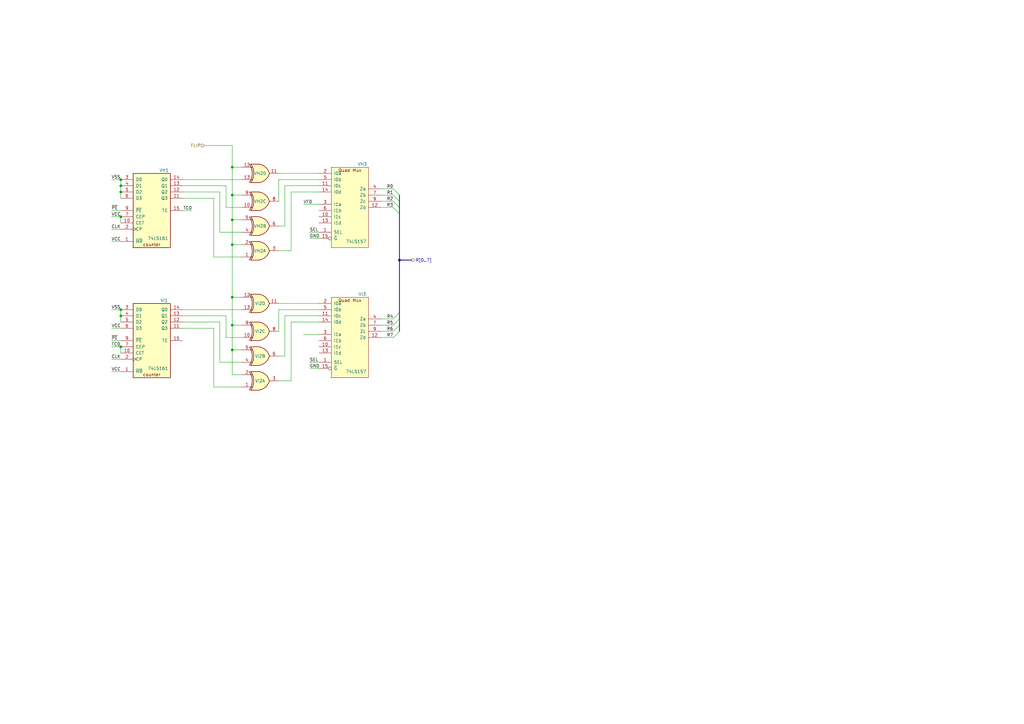
<source format=kicad_sch>
(kicad_sch (version 20231120) (generator "eeschema") (generator_version "8.0")
  (paper "A3")
  (title_block (date "2024-10-12") (company "JOTEGO") (comment 1 "Jose Tejada"))
  (lib_symbols
    (symbol "jt74:74LS157" (pin_names (offset 1.016))
      (property "Reference" "U" (at 5.08 16.51 0))
      (property "Value" "74LS157" (at 0 -16.51 0))
      (symbol "74LS157_0_0"
        (text "Quad Mux" (at 0 13.97 0) (effects (font (size 1.27 1.27))))
      )
      (symbol "74LS157_1_0"
        (pin input line (at -12.7 -11.43 0) (length 5.08) (name "SEL") (number "1"))
        (pin input line (at -12.7 -5.08 0) (length 5.08) (name "I1c") (number "10"))
        (pin input line (at -12.7 7.62 0) (length 5.08) (name "I0c") (number "11"))
        (pin output line (at 12.7 -1.27 180) (length 5.08) (name "Zd") (number "12"))
        (pin input line (at -12.7 -7.62 0) (length 5.08) (name "I1d") (number "13"))
        (pin input line (at -12.7 5.08 0) (length 5.08) (name "I0d") (number "14"))
        (pin input inverted (at -12.7 -13.97 0) (length 5.08) (name "~{G}") (number "15"))
        (pin input line (at -12.7 12.7 0) (length 5.08) (name "I0a") (number "2"))
        (pin input line (at -12.7 0 0) (length 5.08) (name "I1a") (number "3"))
        (pin output line (at 12.7 6.35 180) (length 5.08) (name "Za") (number "4"))
        (pin input line (at -12.7 10.16 0) (length 5.08) (name "I0b") (number "5"))
        (pin input line (at -12.7 -2.54 0) (length 5.08) (name "I1b") (number "6"))
        (pin output line (at 12.7 3.81 180) (length 5.08) (name "Zb") (number "7"))
        (pin output line (at 12.7 1.27 180) (length 5.08) (name "Zc") (number "9"))
      )
      (symbol "74LS157_1_1"
        (rectangle (start -7.62 15.24) (end 7.62 -17.78) (fill (type background)))
      )
    )
    (symbol "jt74:74LS161" (pin_names (offset 1.016))
      (property "Reference" "U" (at -7.62 16.51 0))
      (property "Value" "74LS161" (at -7.62 -16.51 0))
      (symbol "74LS161_0_0"
        (text "counter" (at 0 -13.97 0) (effects (font (size 1.27 1.27))))
      )
      (symbol "74LS161_0_2"
        (rectangle (start -7.62 15.24) (end 7.62 -15.24) (fill (type background)))
      )
      (symbol "74LS161_1_0"
        (pin input line (at -12.7 -12.7 0) (length 5.08) (name "~{MR}") (number "1"))
        (pin input line (at -12.7 -5.08 0) (length 5.08) (name "CET") (number "10"))
        (pin output line (at 12.7 5.08 180) (length 5.08) (name "Q3") (number "11"))
        (pin output line (at 12.7 7.62 180) (length 5.08) (name "Q2") (number "12"))
        (pin output line (at 12.7 10.16 180) (length 5.08) (name "Q1") (number "13"))
        (pin output line (at 12.7 12.7 180) (length 5.08) (name "Q0") (number "14"))
        (pin output line (at 12.7 0 180) (length 5.08) (name "TC") (number "15"))
        (pin input clock (at -12.7 -7.62 0) (length 5.08) (name "CP") (number "2"))
        (pin input line (at -12.7 12.7 0) (length 5.08) (name "D0") (number "3"))
        (pin input line (at -12.7 10.16 0) (length 5.08) (name "D1") (number "4"))
        (pin input line (at -12.7 7.62 0) (length 5.08) (name "D2") (number "5"))
        (pin input line (at -12.7 5.08 0) (length 5.08) (name "D3") (number "6"))
        (pin input line (at -12.7 -2.54 0) (length 5.08) (name "CEP") (number "7"))
        (pin input line (at -12.7 0 0) (length 5.08) (name "~{PE}") (number "9"))
      )
      (symbol "74LS161_1_1"
        (rectangle (start -7.62 15.24) (end 7.62 -15.24) (stroke (width 0.254)) (fill (type background)))
      )
    )
    (symbol "jt74:74LS86" (pin_names (offset 1.016))
      (property "Reference" "U" (at 0 1.27 0))
      (property "Value" "74LS86" (at 0 -1.27 0))
      (symbol "74LS86_1_0"
        (arc (start -4.4196 -3.81) (mid -3.2033 0) (end -4.4196 3.81) (stroke (width 0.254)))
        (arc (start -3.81 -3.81) (mid -2.589 0) (end -3.81 3.81) (stroke (width 0.254)))
        (arc (start -0.6096 -3.81) (mid 2.1842 -2.5851) (end 3.81 0) (stroke (width 0.254)) (fill (type background)))
        (polyline (pts (xy -3.81 -3.81) (xy -0.635 -3.81)) (stroke (width 0.254)) (fill (type background)))
        (polyline (pts (xy -3.81 3.81) (xy -0.635 3.81)) (stroke (width 0.254)) (fill (type background)))
        (polyline (pts (xy -0.635 3.81) (xy -3.81 3.81) (xy -3.81 3.81) (xy -3.556 3.4036) (xy -3.0226 2.2606) (xy -2.6924 1.0414) (xy -2.6162 -0.254) (xy -2.7686 -1.4986) (xy -3.175 -2.7178) (xy -3.81 -3.81) (xy -3.81 -3.81) (xy -0.635 -3.81)) (stroke (width -25.4)) (fill (type background)))
        (arc (start 3.81 0) (mid 2.1915 2.5936) (end -0.6096 3.81) (stroke (width 0.254)) (fill (type background)))
        (pin input line (at -7.62 2.54 0) (length 4.445) (name "~") (number "1"))
        (pin input line (at -7.62 -2.54 0) (length 4.445) (name "~") (number "2"))
        (pin output line (at 7.62 0 180) (length 3.81) (name "~") (number "3"))
      )
      (symbol "74LS86_1_1"
        (polyline (pts (xy -3.81 -2.54) (xy -3.175 -2.54)) (stroke (width 0.1524)))
        (polyline (pts (xy -3.81 2.54) (xy -3.175 2.54)) (stroke (width 0.1524)))
      )
      (symbol "74LS86_2_0"
        (arc (start -4.4196 -3.81) (mid -3.2033 0) (end -4.4196 3.81) (stroke (width 0.254)))
        (arc (start -3.81 -3.81) (mid -2.589 0) (end -3.81 3.81) (stroke (width 0.254)))
        (arc (start -0.6096 -3.81) (mid 2.1842 -2.5851) (end 3.81 0) (stroke (width 0.254)) (fill (type background)))
        (polyline (pts (xy -3.81 -3.81) (xy -0.635 -3.81)) (stroke (width 0.254)) (fill (type background)))
        (polyline (pts (xy -3.81 3.81) (xy -0.635 3.81)) (stroke (width 0.254)) (fill (type background)))
        (polyline (pts (xy -0.635 3.81) (xy -3.81 3.81) (xy -3.81 3.81) (xy -3.556 3.4036) (xy -3.0226 2.2606) (xy -2.6924 1.0414) (xy -2.6162 -0.254) (xy -2.7686 -1.4986) (xy -3.175 -2.7178) (xy -3.81 -3.81) (xy -3.81 -3.81) (xy -0.635 -3.81)) (stroke (width -25.4)) (fill (type background)))
        (arc (start 3.81 0) (mid 2.1915 2.5936) (end -0.6096 3.81) (stroke (width 0.254)) (fill (type background)))
        (pin input line (at -7.62 2.54 0) (length 4.445) (name "~") (number "4"))
        (pin input line (at -7.62 -2.54 0) (length 4.445) (name "~") (number "5"))
        (pin output line (at 7.62 0 180) (length 3.81) (name "~") (number "6"))
      )
      (symbol "74LS86_2_1"
        (polyline (pts (xy -3.81 -2.54) (xy -3.175 -2.54)) (stroke (width 0.1524)))
        (polyline (pts (xy -3.81 2.54) (xy -3.175 2.54)) (stroke (width 0.1524)))
      )
      (symbol "74LS86_3_0"
        (arc (start -4.4196 -3.81) (mid -3.2033 0) (end -4.4196 3.81) (stroke (width 0.254)))
        (arc (start -3.81 -3.81) (mid -2.589 0) (end -3.81 3.81) (stroke (width 0.254)))
        (arc (start -0.6096 -3.81) (mid 2.1842 -2.5851) (end 3.81 0) (stroke (width 0.254)) (fill (type background)))
        (polyline (pts (xy -3.81 -3.81) (xy -0.635 -3.81)) (stroke (width 0.254)) (fill (type background)))
        (polyline (pts (xy -3.81 3.81) (xy -0.635 3.81)) (stroke (width 0.254)) (fill (type background)))
        (polyline (pts (xy -0.635 3.81) (xy -3.81 3.81) (xy -3.81 3.81) (xy -3.556 3.4036) (xy -3.0226 2.2606) (xy -2.6924 1.0414) (xy -2.6162 -0.254) (xy -2.7686 -1.4986) (xy -3.175 -2.7178) (xy -3.81 -3.81) (xy -3.81 -3.81) (xy -0.635 -3.81)) (stroke (width -25.4)) (fill (type background)))
        (arc (start 3.81 0) (mid 2.1915 2.5936) (end -0.6096 3.81) (stroke (width 0.254)) (fill (type background)))
        (pin input line (at -7.62 -2.54 0) (length 4.445) (name "~") (number "10"))
        (pin output line (at 7.62 0 180) (length 3.81) (name "~") (number "8"))
        (pin input line (at -7.62 2.54 0) (length 4.445) (name "~") (number "9"))
      )
      (symbol "74LS86_3_1"
        (polyline (pts (xy -3.81 -2.54) (xy -3.175 -2.54)) (stroke (width 0.1524)))
        (polyline (pts (xy -3.81 2.54) (xy -3.175 2.54)) (stroke (width 0.1524)))
      )
      (symbol "74LS86_4_0"
        (arc (start -4.4196 -3.81) (mid -3.2033 0) (end -4.4196 3.81) (stroke (width 0.254)))
        (arc (start -3.81 -3.81) (mid -2.589 0) (end -3.81 3.81) (stroke (width 0.254)))
        (arc (start -0.6096 -3.81) (mid 2.1842 -2.5851) (end 3.81 0) (stroke (width 0.254)) (fill (type background)))
        (polyline (pts (xy -3.81 -3.81) (xy -0.635 -3.81)) (stroke (width 0.254)) (fill (type background)))
        (polyline (pts (xy -3.81 3.81) (xy -0.635 3.81)) (stroke (width 0.254)) (fill (type background)))
        (polyline (pts (xy -0.635 3.81) (xy -3.81 3.81) (xy -3.81 3.81) (xy -3.556 3.4036) (xy -3.0226 2.2606) (xy -2.6924 1.0414) (xy -2.6162 -0.254) (xy -2.7686 -1.4986) (xy -3.175 -2.7178) (xy -3.81 -3.81) (xy -3.81 -3.81) (xy -0.635 -3.81)) (stroke (width -25.4)) (fill (type background)))
        (arc (start 3.81 0) (mid 2.1915 2.5936) (end -0.6096 3.81) (stroke (width 0.254)) (fill (type background)))
        (pin output line (at 7.62 0 180) (length 3.81) (name "~") (number "11"))
        (pin input line (at -7.62 2.54 0) (length 4.445) (name "~") (number "12"))
        (pin input line (at -7.62 -2.54 0) (length 4.445) (name "~") (number "13"))
      )
      (symbol "74LS86_4_1"
        (polyline (pts (xy -3.81 -2.54) (xy -3.175 -2.54)) (stroke (width 0.1524)))
        (polyline (pts (xy -3.81 2.54) (xy -3.175 2.54)) (stroke (width 0.1524)))
      )
      (symbol "74LS86_5_0"
        (pin power_in line (at 0 7.62 270) (length 5.08) hide (name "VCC") (number "14"))
        (pin power_in line (at 0 -7.62 90) (length 5.08) hide (name "VSS") (number "7"))
      )
      (symbol "74LS86_5_1"
        (rectangle (start -5.08 7.62) (end 5.08 -7.62) (stroke (width 0.254)) (fill (type background)))
      )
    )
  )
  (junction (at 95.25 121.92))
  (junction (at 49.53 78.74))
  (junction (at 49.53 129.54))
  (junction (at 95.25 143.51))
  (junction (at 95.25 133.35))
  (junction (at 163.83 106.68))
  (junction (at 49.53 142.24))
  (junction (at 49.53 76.2))
  (junction (at 49.53 88.9))
  (junction (at 95.25 68.58))
  (junction (at 49.53 127))
  (junction (at 49.53 73.66))
  (junction (at 95.25 80.01))
  (junction (at 95.25 90.17))
  (junction (at 95.25 100.33))
  (bus_entry (at 161.29 82.55) (size 2.54 2.54))
  (bus_entry (at 161.29 85.09) (size 2.54 2.54))
  (bus_entry (at 161.29 135.89) (size 2.54 -2.54))
  (bus_entry (at 161.29 138.43) (size 2.54 -2.54))
  (bus_entry (at 161.29 77.47) (size 2.54 2.54))
  (bus_entry (at 161.29 130.81) (size 2.54 -2.54))
  (bus_entry (at 161.29 80.01) (size 2.54 2.54))
  (bus_entry (at 161.29 133.35) (size 2.54 -2.54))
  (wire (pts (xy 49.53 81.28) (xy 49.53 78.74)))
  (wire (pts (xy 45.72 127) (xy 49.53 127)))
  (wire (pts (xy 45.72 152.4) (xy 49.53 152.4)))
  (wire (pts (xy 127 97.79) (xy 130.81 97.79)))
  (wire (pts (xy 119.38 132.08) (xy 130.81 132.08)))
  (wire (pts (xy 95.25 90.17) (xy 95.25 100.33)))
  (wire (pts (xy 49.53 76.2) (xy 49.53 73.66)))
  (wire (pts (xy 87.63 105.41) (xy 99.06 105.41)))
  (wire (pts (xy 92.71 85.09) (xy 99.06 85.09)))
  (wire (pts (xy 116.84 129.54) (xy 130.81 129.54)))
  (wire (pts (xy 114.3 135.89) (xy 114.3 127)))
  (wire (pts (xy 78.74 86.36) (xy 74.93 86.36)))
  (wire (pts (xy 49.53 142.24) (xy 49.53 144.78)))
  (wire (pts (xy 156.21 85.09) (xy 161.29 85.09)))
  (bus (pts (xy 163.83 130.81) (xy 163.83 133.35)))
  (wire (pts (xy 156.21 138.43) (xy 161.29 138.43)))
  (wire (pts (xy 87.63 81.28) (xy 87.63 105.41)))
  (wire (pts (xy 119.38 78.74) (xy 130.81 78.74)))
  (wire (pts (xy 87.63 134.62) (xy 87.63 158.75)))
  (wire (pts (xy 83.82 59.69) (xy 95.25 59.69)))
  (wire (pts (xy 114.3 73.66) (xy 130.81 73.66)))
  (wire (pts (xy 95.25 121.92) (xy 95.25 133.35)))
  (wire (pts (xy 45.72 93.98) (xy 49.53 93.98)))
  (bus (pts (xy 163.83 106.68) (xy 168.91 106.68)))
  (wire (pts (xy 95.25 143.51) (xy 95.25 153.67)))
  (wire (pts (xy 114.3 127) (xy 130.81 127)))
  (wire (pts (xy 74.93 132.08) (xy 90.17 132.08)))
  (wire (pts (xy 74.93 134.62) (xy 87.63 134.62)))
  (wire (pts (xy 92.71 129.54) (xy 92.71 138.43)))
  (wire (pts (xy 45.72 142.24) (xy 49.53 142.24)))
  (wire (pts (xy 95.25 100.33) (xy 99.06 100.33)))
  (wire (pts (xy 45.72 88.9) (xy 49.53 88.9)))
  (wire (pts (xy 116.84 92.71) (xy 116.84 76.2)))
  (wire (pts (xy 95.25 100.33) (xy 95.25 121.92)))
  (wire (pts (xy 92.71 76.2) (xy 92.71 85.09)))
  (wire (pts (xy 49.53 78.74) (xy 49.53 76.2)))
  (wire (pts (xy 99.06 121.92) (xy 95.25 121.92)))
  (wire (pts (xy 92.71 138.43) (xy 99.06 138.43)))
  (wire (pts (xy 116.84 76.2) (xy 130.81 76.2)))
  (wire (pts (xy 90.17 132.08) (xy 90.17 148.59)))
  (wire (pts (xy 156.21 77.47) (xy 161.29 77.47)))
  (wire (pts (xy 127 151.13) (xy 130.81 151.13)))
  (wire (pts (xy 95.25 133.35) (xy 95.25 143.51)))
  (wire (pts (xy 114.3 71.12) (xy 130.81 71.12)))
  (wire (pts (xy 95.25 68.58) (xy 95.25 59.69)))
  (wire (pts (xy 45.72 73.66) (xy 49.53 73.66)))
  (bus (pts (xy 163.83 128.27) (xy 163.83 130.81)))
  (wire (pts (xy 95.25 90.17) (xy 99.06 90.17)))
  (wire (pts (xy 95.25 153.67) (xy 99.06 153.67)))
  (bus (pts (xy 163.83 85.09) (xy 163.83 87.63)))
  (bus (pts (xy 163.83 106.68) (xy 163.83 128.27)))
  (wire (pts (xy 45.72 134.62) (xy 49.53 134.62)))
  (wire (pts (xy 45.72 86.36) (xy 49.53 86.36)))
  (wire (pts (xy 124.46 83.82) (xy 130.81 83.82)))
  (wire (pts (xy 45.72 139.7) (xy 49.53 139.7)))
  (wire (pts (xy 74.93 127) (xy 99.06 127)))
  (bus (pts (xy 163.83 133.35) (xy 163.83 135.89)))
  (wire (pts (xy 114.3 102.87) (xy 119.38 102.87)))
  (wire (pts (xy 90.17 78.74) (xy 90.17 95.25)))
  (wire (pts (xy 156.21 135.89) (xy 161.29 135.89)))
  (wire (pts (xy 116.84 146.05) (xy 116.84 129.54)))
  (wire (pts (xy 119.38 156.21) (xy 119.38 132.08)))
  (wire (pts (xy 74.93 81.28) (xy 87.63 81.28)))
  (wire (pts (xy 156.21 80.01) (xy 161.29 80.01)))
  (wire (pts (xy 156.21 133.35) (xy 161.29 133.35)))
  (wire (pts (xy 74.93 73.66) (xy 99.06 73.66)))
  (wire (pts (xy 95.25 68.58) (xy 95.25 80.01)))
  (wire (pts (xy 124.46 137.16) (xy 130.81 137.16)))
  (wire (pts (xy 90.17 148.59) (xy 99.06 148.59)))
  (wire (pts (xy 95.25 80.01) (xy 99.06 80.01)))
  (wire (pts (xy 114.3 92.71) (xy 116.84 92.71)))
  (wire (pts (xy 95.25 143.51) (xy 99.06 143.51)))
  (wire (pts (xy 114.3 82.55) (xy 114.3 73.66)))
  (wire (pts (xy 156.21 130.81) (xy 161.29 130.81)))
  (wire (pts (xy 74.93 76.2) (xy 92.71 76.2)))
  (wire (pts (xy 95.25 80.01) (xy 95.25 90.17)))
  (wire (pts (xy 49.53 132.08) (xy 49.53 129.54)))
  (wire (pts (xy 90.17 95.25) (xy 99.06 95.25)))
  (wire (pts (xy 74.93 78.74) (xy 90.17 78.74)))
  (wire (pts (xy 49.53 88.9) (xy 49.53 91.44)))
  (wire (pts (xy 119.38 102.87) (xy 119.38 78.74)))
  (wire (pts (xy 114.3 146.05) (xy 116.84 146.05)))
  (wire (pts (xy 45.72 99.06) (xy 49.53 99.06)))
  (wire (pts (xy 45.72 147.32) (xy 49.53 147.32)))
  (bus (pts (xy 163.83 82.55) (xy 163.83 85.09)))
  (wire (pts (xy 74.93 129.54) (xy 92.71 129.54)))
  (wire (pts (xy 99.06 68.58) (xy 95.25 68.58)))
  (wire (pts (xy 87.63 158.75) (xy 99.06 158.75)))
  (wire (pts (xy 114.3 156.21) (xy 119.38 156.21)))
  (wire (pts (xy 127 148.59) (xy 130.81 148.59)))
  (wire (pts (xy 127 95.25) (xy 130.81 95.25)))
  (bus (pts (xy 163.83 80.01) (xy 163.83 82.55)))
  (wire (pts (xy 156.21 82.55) (xy 161.29 82.55)))
  (wire (pts (xy 95.25 133.35) (xy 99.06 133.35)))
  (bus (pts (xy 163.83 87.63) (xy 163.83 106.68)))
  (wire (pts (xy 114.3 124.46) (xy 130.81 124.46)))
  (wire (pts (xy 49.53 129.54) (xy 49.53 127)))
  (label "R6" (at 161.29 135.89 180))
  (label "VSS" (at 45.72 127 0))
  (label "VCC" (at 45.72 99.06 0))
  (label "R3" (at 161.29 85.09 180))
  (label "R5" (at 161.29 133.35 180))
  (label "R7" (at 161.29 138.43 180))
  (label "VCC" (at 45.72 134.62 0))
  (label "R1" (at 161.29 80.01 180))
  (label "GND" (at 127 151.13 0))
  (label "VCC" (at 45.72 152.4 0))
  (label "~{PE}" (at 45.72 86.36 0))
  (label "SEL" (at 127 148.59 0))
  (label "R2" (at 161.29 82.55 180))
  (label "R0" (at 161.29 77.47 180))
  (label "VF0" (at 124.46 83.82 0))
  (label "CLK" (at 45.72 147.32 0))
  (label "R4" (at 161.29 130.81 180))
  (label "VSS" (at 45.72 73.66 0))
  (label "TC0" (at 78.74 86.36 180))
  (label "CLK" (at 45.72 93.98 0))
  (label "VCC" (at 45.72 88.9 0))
  (label "GND" (at 127 97.79 0))
  (label "~{PE}" (at 45.72 139.7 0))
  (label "TC0" (at 45.72 142.24 0))
  (label "SEL" (at 127 95.25 0))
  (hierarchical_label "R[0..7]" (shape output) (at 168.91 106.68 0))
  (hierarchical_label "FLIP" (shape input) (at 83.82 59.69 180))
  (symbol (lib_id "jt74:74LS86") (at 106.68 92.71 0) (mirror x) (unit 2)
    (property "Reference" "VH2" (at 106.68 92.71 0))
    (property "Value" "74LS86" (effects (hide yes)))
    (property "Datasheet" "74xx/74ls86.pdf" (effects (hide yes)))
    (property "Description" "Quad 2-input XOR" (effects (hide yes)))
  )
  (symbol (lib_id "jt74:74LS86") (at 106.68 135.89 0) (unit 3)
    (property "Reference" "VI2" (at 106.68 135.89 0))
    (property "Value" "74LS86" (effects (hide yes)))
    (property "Datasheet" "74xx/74ls86.pdf" (effects (hide yes)))
    (property "Description" "Quad 2-input XOR" (effects (hide yes)))
  )
  (symbol (lib_id "jt74:74LS161") (at 62.23 139.7 0) (unit 1)
    (property "Reference" "VI1" (at 67.31 123.19 0))
    (property "Value" "74LS161" (at 64.77 151.13 0))
    (property "Datasheet" "http://www.ti.com/lit/gpn/sn74LS161" (effects (hide yes)))
    (property "Description" "Synchronous 4-bit programmable binary Counter" (effects (hide yes)))
  )
  (symbol (lib_id "jt74:74LS161") (at 62.23 86.36 0) (unit 1)
    (property "Reference" "VH1" (at 67.31 69.85 0))
    (property "Value" "74LS161" (at 64.77 97.79 0))
    (property "Datasheet" "http://www.ti.com/lit/gpn/sn74LS161" (effects (hide yes)))
    (property "Description" "Synchronous 4-bit programmable binary Counter" (effects (hide yes)))
  )
  (symbol (lib_id "jt74:74LS86") (at 106.68 124.46 0) (unit 4)
    (property "Reference" "VI2" (at 106.68 124.46 0))
    (property "Value" "74LS86" (effects (hide yes)))
    (property "Datasheet" "74xx/74ls86.pdf" (effects (hide yes)))
    (property "Description" "Quad 2-input XOR" (effects (hide yes)))
  )
  (symbol (lib_id "jt74:74LS86") (at 106.68 71.12 0) (unit 4)
    (property "Reference" "VH2" (at 106.68 71.12 0))
    (property "Value" "74LS86" (effects (hide yes)))
    (property "Datasheet" "74xx/74ls86.pdf" (effects (hide yes)))
    (property "Description" "Quad 2-input XOR" (effects (hide yes)))
  )
  (symbol (lib_id "jt74:74LS157") (at 143.51 137.16 0) (unit 1)
    (property "Reference" "VI3" (at 148.59 120.65 0))
    (property "Value" "74LS157" (at 146.05 152.4 0))
    (property "Datasheet" "https://www.alldatasheet.com/datasheet-pdf/pdf/27402/TI/74LS157.html" (effects (hide yes)))
    (property "Description" "Quad 2 to 1 line Multiplexer" (effects (hide yes)))
  )
  (symbol (lib_id "jt74:74LS86") (at 106.68 102.87 0) (mirror x) (unit 1)
    (property "Reference" "VH2" (at 106.68 102.87 0))
    (property "Value" "74LS86" (effects (hide yes)))
    (property "Datasheet" "74xx/74ls86.pdf" (effects (hide yes)))
    (property "Description" "Quad 2-input XOR" (effects (hide yes)))
  )
  (symbol (lib_id "jt74:74LS157") (at 143.51 83.82 0) (unit 1)
    (property "Reference" "VH3" (at 148.59 67.31 0))
    (property "Value" "74LS157" (at 146.05 99.06 0))
    (property "Datasheet" "https://www.alldatasheet.com/datasheet-pdf/pdf/27402/TI/74LS157.html" (effects (hide yes)))
    (property "Description" "Quad 2 to 1 line Multiplexer" (effects (hide yes)))
  )
  (symbol (lib_id "jt74:74LS86") (at 106.68 82.55 0) (unit 3)
    (property "Reference" "VH2" (at 106.68 82.55 0))
    (property "Value" "74LS86" (effects (hide yes)))
    (property "Datasheet" "74xx/74ls86.pdf" (effects (hide yes)))
    (property "Description" "Quad 2-input XOR" (effects (hide yes)))
  )
  (symbol (lib_id "jt74:74LS86") (at 106.68 146.05 0) (mirror x) (unit 2)
    (property "Reference" "VI2" (at 106.68 146.05 0))
    (property "Value" "74LS86" (effects (hide yes)))
    (property "Datasheet" "74xx/74ls86.pdf" (effects (hide yes)))
    (property "Description" "Quad 2-input XOR" (effects (hide yes)))
  )
  (symbol (lib_id "jt74:74LS86") (at 106.68 156.21 0) (mirror x) (unit 1)
    (property "Reference" "VI2" (at 106.68 156.21 0))
    (property "Value" "74LS86" (effects (hide yes)))
    (property "Datasheet" "74xx/74ls86.pdf" (effects (hide yes)))
    (property "Description" "Quad 2-input XOR" (effects (hide yes)))
  )
)
</source>
